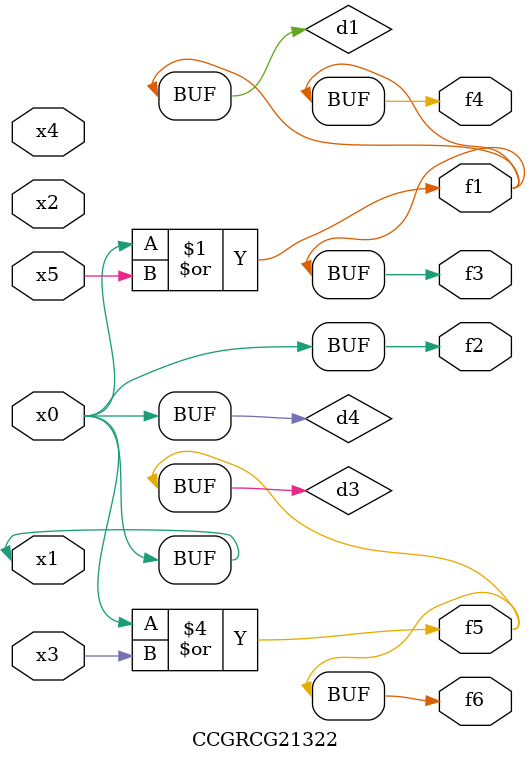
<source format=v>
module CCGRCG21322(
	input x0, x1, x2, x3, x4, x5,
	output f1, f2, f3, f4, f5, f6
);

	wire d1, d2, d3, d4;

	or (d1, x0, x5);
	xnor (d2, x1, x4);
	or (d3, x0, x3);
	buf (d4, x0, x1);
	assign f1 = d1;
	assign f2 = d4;
	assign f3 = d1;
	assign f4 = d1;
	assign f5 = d3;
	assign f6 = d3;
endmodule

</source>
